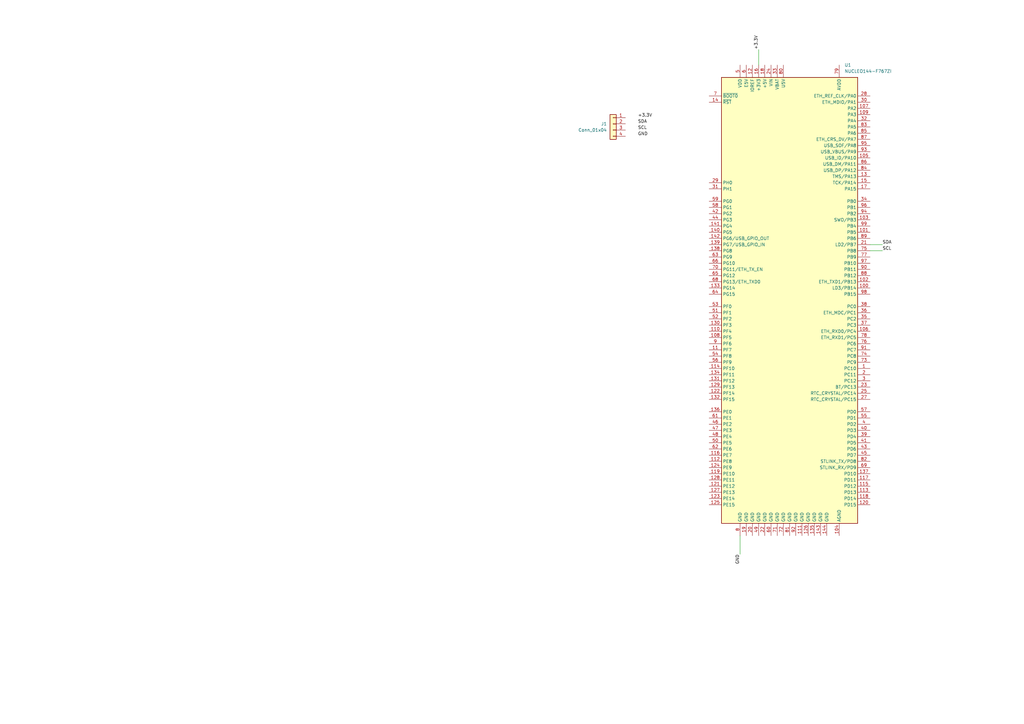
<source format=kicad_sch>
(kicad_sch (version 20231120) (generator "eeschema") (generator_version "8.0")
  (paper "A3")
  (lib_symbols
    (symbol "Connector_Generic:Conn_01x04" (pin_names (offset 1.016) hide)
      (property "Reference" "J" (at 0 5.08 0))
      (property "Value" "Conn_01x04" (at 0 -7.62 0))
      (symbol "Conn_01x04_1_1"
        (rectangle (start -1.27 -4.953) (end 0 -5.207) (stroke (width 0.1524)))
        (rectangle (start -1.27 -2.413) (end 0 -2.667) (stroke (width 0.1524)))
        (rectangle (start -1.27 0.127) (end 0 -0.127) (stroke (width 0.1524)))
        (rectangle (start -1.27 2.667) (end 0 2.413) (stroke (width 0.1524)))
        (rectangle (start -1.27 3.81) (end 1.27 -6.35) (stroke (width 0.254)) (fill (type background)))
        (pin passive line (at -5.08 2.54 0) (length 3.81) (name "Pin_1") (number "1"))
        (pin passive line (at -5.08 0 0) (length 3.81) (name "Pin_2") (number "2"))
        (pin passive line (at -5.08 -2.54 0) (length 3.81) (name "Pin_3") (number "3"))
        (pin passive line (at -5.08 -5.08 0) (length 3.81) (name "Pin_4") (number "4"))
      )
    )
    (symbol "MCU_Module:NUCLEO144-F767ZI"
      (property "Reference" "U" (at -22.86 94.615 0))
      (property "Value" "NUCLEO144-F767ZI" (at -22.86 92.71 0))
      (symbol "NUCLEO144-F767ZI_0_1"
        (rectangle (start -27.94 -91.44) (end 27.94 91.44) (stroke (width 0.254)) (fill (type background)))
      )
      (symbol "NUCLEO144-F767ZI_1_1"
        (pin bidirectional line (at 33.02 -27.94 180) (length 5.08) (name "PC10") (number "1"))
        (pin no_connect line (at -27.94 55.88 0) (length 5.08) hide (name "NC") (number "10"))
        (pin bidirectional line (at 33.02 5.08 180) (length 5.08) (name "LD3/PB14") (number "100"))
        (pin bidirectional line (at 33.02 27.94 180) (length 5.08) (name "PB5") (number "101"))
        (pin bidirectional line (at 33.02 7.62 180) (length 5.08) (name "ETH_TXD1/PB13") (number "102"))
        (pin bidirectional line (at 33.02 33.02 180) (length 5.08) (name "SWO/PB3") (number "103"))
        (pin power_in line (at 20.32 -96.52 90) (length 5.08) (name "AGND") (number "104"))
        (pin bidirectional line (at 33.02 58.42 180) (length 5.08) (name "USB_ID/PA10") (number "105"))
        (pin bidirectional line (at 33.02 -12.7 180) (length 5.08) (name "ETH_RXD0/PC4") (number "106"))
        (pin bidirectional line (at 33.02 78.74 180) (length 5.08) (name "PA2") (number "107"))
        (pin bidirectional line (at -33.02 -15.24 0) (length 5.08) (name "PF5") (number "108"))
        (pin bidirectional line (at 33.02 76.2 180) (length 5.08) (name "PA3") (number "109"))
        (pin bidirectional line (at -33.02 -20.32 0) (length 5.08) (name "PF7") (number "11"))
        (pin bidirectional line (at -33.02 -12.7 0) (length 5.08) (name "PF4") (number "110"))
        (pin power_in line (at 5.08 -96.52 90) (length 5.08) (name "GND") (number "111"))
        (pin bidirectional line (at -33.02 -66.04 0) (length 5.08) (name "PE8") (number "112"))
        (pin bidirectional line (at 33.02 -78.74 180) (length 5.08) (name "PD13") (number "113"))
        (pin bidirectional line (at -33.02 -27.94 0) (length 5.08) (name "PF10") (number "114"))
        (pin bidirectional line (at 33.02 -76.2 180) (length 5.08) (name "PD12") (number "115"))
        (pin bidirectional line (at -33.02 -63.5 0) (length 5.08) (name "PE7") (number "116"))
        (pin bidirectional line (at 33.02 -73.66 180) (length 5.08) (name "PD11") (number "117"))
        (pin bidirectional line (at 33.02 -81.28 180) (length 5.08) (name "PD14") (number "118"))
        (pin bidirectional line (at -33.02 -71.12 0) (length 5.08) (name "PE10") (number "119"))
        (pin power_in line (at -15.24 96.52 270) (length 5.08) (name "IOREF") (number "12"))
        (pin bidirectional line (at 33.02 -83.82 180) (length 5.08) (name "PD15") (number "120"))
        (pin bidirectional line (at -33.02 -76.2 0) (length 5.08) (name "PE12") (number "121"))
        (pin bidirectional line (at -33.02 -38.1 0) (length 5.08) (name "PF14") (number "122"))
        (pin bidirectional line (at -33.02 -81.28 0) (length 5.08) (name "PE14") (number "123"))
        (pin bidirectional line (at -33.02 -68.58 0) (length 5.08) (name "PE9") (number "124"))
        (pin bidirectional line (at -33.02 -83.82 0) (length 5.08) (name "PE15") (number "125"))
        (pin power_in line (at 7.62 -96.52 90) (length 5.08) (name "GND") (number "126"))
        (pin bidirectional line (at -33.02 -78.74 0) (length 5.08) (name "PE13") (number "127"))
        (pin bidirectional line (at -33.02 -73.66 0) (length 5.08) (name "PE11") (number "128"))
        (pin bidirectional line (at -33.02 -35.56 0) (length 5.08) (name "PF13") (number "129"))
        (pin bidirectional line (at 33.02 50.8 180) (length 5.08) (name "TMS/PA13") (number "13"))
        (pin bidirectional line (at -33.02 -10.16 0) (length 5.08) (name "PF3") (number "130"))
        (pin bidirectional line (at -33.02 -33.02 0) (length 5.08) (name "PF12") (number "131"))
        (pin bidirectional line (at -33.02 -40.64 0) (length 5.08) (name "PF15") (number "132"))
        (pin bidirectional line (at -33.02 5.08 0) (length 5.08) (name "PG14") (number "133"))
        (pin bidirectional line (at -33.02 -30.48 0) (length 5.08) (name "PF11") (number "134"))
        (pin power_in line (at 10.16 -96.52 90) (length 5.08) (name "GND") (number "135"))
        (pin bidirectional line (at -33.02 -45.72 0) (length 5.08) (name "PE0") (number "136"))
        (pin bidirectional line (at 33.02 -71.12 180) (length 5.08) (name "PD10") (number "137"))
        (pin bidirectional line (at -33.02 20.32 0) (length 5.08) (name "PG8") (number "138"))
        (pin bidirectional line (at -33.02 22.86 0) (length 5.08) (name "PG7/USB_GPIO_IN") (number "139"))
        (pin input line (at -33.02 81.28 0) (length 5.08) (name "~{RST}") (number "14"))
        (pin bidirectional line (at -33.02 27.94 0) (length 5.08) (name "PG5") (number "140"))
        (pin bidirectional line (at -33.02 30.48 0) (length 5.08) (name "PG4") (number "141"))
        (pin bidirectional line (at -33.02 25.4 0) (length 5.08) (name "PG6/USB_GPIO_OUT") (number "142"))
        (pin power_in line (at 12.7 -96.52 90) (length 5.08) (name "GND") (number "143"))
        (pin power_in line (at 15.24 -96.52 90) (length 5.08) (name "GND") (number "144"))
        (pin bidirectional line (at 33.02 48.26 180) (length 5.08) (name "TCK/PA14") (number "15"))
        (pin power_in line (at -12.7 96.52 270) (length 5.08) (name "+3V3") (number "16"))
        (pin bidirectional line (at 33.02 45.72 180) (length 5.08) (name "PA15") (number "17"))
        (pin power_in line (at -10.16 96.52 270) (length 5.08) (name "+5V") (number "18"))
        (pin power_in line (at -17.78 -96.52 90) (length 5.08) (name "GND") (number "19"))
        (pin bidirectional line (at 33.02 -30.48 180) (length 5.08) (name "PC11") (number "2"))
        (pin power_in line (at -15.24 -96.52 90) (length 5.08) (name "GND") (number "20"))
        (pin bidirectional line (at 33.02 22.86 180) (length 5.08) (name "LD2/PB7") (number "21"))
        (pin power_in line (at -10.16 -96.52 90) (length 5.08) (name "GND") (number "22"))
        (pin bidirectional line (at 33.02 -35.56 180) (length 5.08) (name "BT/PC13") (number "23"))
        (pin power_in line (at -7.62 96.52 270) (length 5.08) (name "VIN") (number "24"))
        (pin bidirectional line (at 33.02 -38.1 180) (length 5.08) (name "RTC_CRYSTAL/PC14") (number "25"))
        (pin no_connect line (at -27.94 58.42 0) (length 5.08) hide (name "NC") (number "26"))
        (pin bidirectional line (at 33.02 -40.64 180) (length 5.08) (name "RTC_CRYSTAL/PC15") (number "27"))
        (pin bidirectional line (at 33.02 83.82 180) (length 5.08) (name "ETH_REF_CLK/PA0") (number "28"))
        (pin bidirectional line (at -33.02 48.26 0) (length 5.08) (name "PH0") (number "29"))
        (pin bidirectional line (at 33.02 -33.02 180) (length 5.08) (name "PC12") (number "3"))
        (pin bidirectional line (at 33.02 81.28 180) (length 5.08) (name "ETH_MDIO/PA1") (number "30"))
        (pin bidirectional line (at -33.02 45.72 0) (length 5.08) (name "PH1") (number "31"))
        (pin bidirectional line (at 33.02 73.66 180) (length 5.08) (name "PA4") (number "32"))
        (pin power_in line (at -5.08 96.52 270) (length 5.08) (name "VBAT") (number "33"))
        (pin bidirectional line (at 33.02 40.64 180) (length 5.08) (name "PB0") (number "34"))
        (pin bidirectional line (at 33.02 -7.62 180) (length 5.08) (name "PC2") (number "35"))
        (pin bidirectional line (at 33.02 -5.08 180) (length 5.08) (name "ETH_MDC/PC1") (number "36"))
        (pin bidirectional line (at 33.02 -10.16 180) (length 5.08) (name "PC3") (number "37"))
        (pin bidirectional line (at 33.02 -2.54 180) (length 5.08) (name "PC0") (number "38"))
        (pin bidirectional line (at 33.02 -55.88 180) (length 5.08) (name "PD4") (number "39"))
        (pin bidirectional line (at 33.02 -50.8 180) (length 5.08) (name "PD2") (number "4"))
        (pin bidirectional line (at 33.02 -53.34 180) (length 5.08) (name "PD3") (number "40"))
        (pin bidirectional line (at 33.02 -58.42 180) (length 5.08) (name "PD5") (number "41"))
        (pin bidirectional line (at -33.02 35.56 0) (length 5.08) (name "PG2") (number "42"))
        (pin bidirectional line (at 33.02 -60.96 180) (length 5.08) (name "PD6") (number "43"))
        (pin bidirectional line (at -33.02 33.02 0) (length 5.08) (name "PG3") (number "44"))
        (pin bidirectional line (at 33.02 -63.5 180) (length 5.08) (name "PD7") (number "45"))
        (pin bidirectional line (at -33.02 -50.8 0) (length 5.08) (name "PE2") (number "46"))
        (pin bidirectional line (at -33.02 -53.34 0) (length 5.08) (name "PE3") (number "47"))
        (pin bidirectional line (at -33.02 -55.88 0) (length 5.08) (name "PE4") (number "48"))
        (pin power_in line (at -12.7 -96.52 90) (length 5.08) (name "GND") (number "49"))
        (pin power_in line (at -20.32 96.52 270) (length 5.08) (name "VDD") (number "5"))
        (pin bidirectional line (at -33.02 -58.42 0) (length 5.08) (name "PE5") (number "50"))
        (pin bidirectional line (at -33.02 -5.08 0) (length 5.08) (name "PF1") (number "51"))
        (pin bidirectional line (at -33.02 -7.62 0) (length 5.08) (name "PF2") (number "52"))
        (pin bidirectional line (at -33.02 -2.54 0) (length 5.08) (name "PF0") (number "53"))
        (pin bidirectional line (at -33.02 -22.86 0) (length 5.08) (name "PF8") (number "54"))
        (pin bidirectional line (at 33.02 -48.26 180) (length 5.08) (name "PD1") (number "55"))
        (pin bidirectional line (at -33.02 -25.4 0) (length 5.08) (name "PF9") (number "56"))
        (pin bidirectional line (at 33.02 -45.72 180) (length 5.08) (name "PD0") (number "57"))
        (pin bidirectional line (at -33.02 38.1 0) (length 5.08) (name "PG1") (number "58"))
        (pin bidirectional line (at -33.02 40.64 0) (length 5.08) (name "PG0") (number "59"))
        (pin power_in line (at -17.78 96.52 270) (length 5.08) (name "E5V") (number "6"))
        (pin power_in line (at -7.62 -96.52 90) (length 5.08) (name "GND") (number "60"))
        (pin bidirectional line (at -33.02 -48.26 0) (length 5.08) (name "PE1") (number "61"))
        (pin bidirectional line (at -33.02 -60.96 0) (length 5.08) (name "PE6") (number "62"))
        (pin bidirectional line (at -33.02 17.78 0) (length 5.08) (name "PG9") (number "63"))
        (pin bidirectional line (at -33.02 2.54 0) (length 5.08) (name "PG15") (number "64"))
        (pin bidirectional line (at -33.02 10.16 0) (length 5.08) (name "PG12") (number "65"))
        (pin bidirectional line (at -33.02 15.24 0) (length 5.08) (name "PG10") (number "66"))
        (pin no_connect line (at -27.94 53.34 0) (length 5.08) hide (name "NC") (number "67"))
        (pin bidirectional line (at -33.02 7.62 0) (length 5.08) (name "PG13/ETH_TXD0") (number "68"))
        (pin bidirectional line (at 33.02 -68.58 180) (length 5.08) (name "STLINK_RX/PD9") (number "69"))
        (pin input line (at -33.02 83.82 0) (length 5.08) (name "~{BOOT0}") (number "7"))
        (pin bidirectional line (at -33.02 12.7 0) (length 5.08) (name "PG11/ETH_TX_EN") (number "70"))
        (pin power_in line (at -5.08 -96.52 90) (length 5.08) (name "GND") (number "71"))
        (pin power_in line (at -2.54 -96.52 90) (length 5.08) (name "GND") (number "72"))
        (pin bidirectional line (at 33.02 -25.4 180) (length 5.08) (name "PC9") (number "73"))
        (pin bidirectional line (at 33.02 -22.86 180) (length 5.08) (name "PC8") (number "74"))
        (pin bidirectional line (at 33.02 20.32 180) (length 5.08) (name "PB8") (number "75"))
        (pin bidirectional line (at 33.02 -17.78 180) (length 5.08) (name "PC6") (number "76"))
        (pin bidirectional line (at 33.02 17.78 180) (length 5.08) (name "PB9") (number "77"))
        (pin bidirectional line (at 33.02 -15.24 180) (length 5.08) (name "ETH_RXD1/PC5") (number "78"))
        (pin power_in line (at 20.32 96.52 270) (length 5.08) (name "AVDD") (number "79"))
        (pin power_in line (at -20.32 -96.52 90) (length 5.08) (name "GND") (number "8"))
        (pin power_in line (at -2.54 96.52 270) (length 5.08) (name "U5V") (number "80"))
        (pin power_in line (at 0 -96.52 90) (length 5.08) (name "GND") (number "81"))
        (pin bidirectional line (at 33.02 -66.04 180) (length 5.08) (name "STLINK_TX/PD8") (number "82"))
        (pin bidirectional line (at 33.02 71.12 180) (length 5.08) (name "PA5") (number "83"))
        (pin bidirectional line (at 33.02 53.34 180) (length 5.08) (name "USB_DP/PA12") (number "84"))
        (pin bidirectional line (at 33.02 68.58 180) (length 5.08) (name "PA6") (number "85"))
        (pin bidirectional line (at 33.02 55.88 180) (length 5.08) (name "USB_DM/PA11") (number "86"))
        (pin bidirectional line (at 33.02 66.04 180) (length 5.08) (name "ETH_CRS_DV/PA7") (number "87"))
        (pin bidirectional line (at 33.02 10.16 180) (length 5.08) (name "PB12") (number "88"))
        (pin bidirectional line (at 33.02 25.4 180) (length 5.08) (name "PB6") (number "89"))
        (pin bidirectional line (at -33.02 -17.78 0) (length 5.08) (name "PF6") (number "9"))
        (pin bidirectional line (at 33.02 12.7 180) (length 5.08) (name "PB11") (number "90"))
        (pin bidirectional line (at 33.02 -20.32 180) (length 5.08) (name "PC7") (number "91"))
        (pin power_in line (at 2.54 -96.52 90) (length 5.08) (name "GND") (number "92"))
        (pin bidirectional line (at 33.02 60.96 180) (length 5.08) (name "USB_VBUS/PA9") (number "93"))
        (pin bidirectional line (at 33.02 35.56 180) (length 5.08) (name "PB2") (number "94"))
        (pin bidirectional line (at 33.02 63.5 180) (length 5.08) (name "USB_SOF/PA8") (number "95"))
        (pin bidirectional line (at 33.02 38.1 180) (length 5.08) (name "PB1") (number "96"))
        (pin bidirectional line (at 33.02 15.24 180) (length 5.08) (name "PB10") (number "97"))
        (pin bidirectional line (at 33.02 2.54 180) (length 5.08) (name "PB15") (number "98"))
        (pin bidirectional line (at 33.02 30.48 180) (length 5.08) (name "PB4") (number "99"))
      )
    )
  )
  (wire (pts (xy 356.87 100.33) (xy 361.95 100.33)))
  (wire (pts (xy 356.87 102.87) (xy 361.95 102.87)))
  (wire (pts (xy 303.53 219.71) (xy 303.53 227.33)))
  (wire (pts (xy 311.15 20.32) (xy 311.15 26.67)))
  (label "SCL" (at 261.62 53.34 0))
  (label "GND" (at 261.62 55.88 0))
  (label "SDA" (at 261.62 50.8 0))
  (label "SCL" (at 361.95 102.87 0))
  (label "+3.3V" (at 261.62 48.26 0))
  (label "SDA" (at 361.95 100.33 0))
  (label "GND" (at 303.53 227.33 270))
  (label "+3.3V" (at 311.15 20.32 90))
  (symbol (lib_id "Connector_Generic:Conn_01x04") (at 251.46 50.8 0) (mirror y) (unit 1)
    (property "Reference" "J1" (at 248.92 50.7999 0) (effects (justify left)))
    (property "Value" "Conn_01x04" (at 248.92 53.3399 0) (effects (justify left)))
    (property "Description" "Generic connector, single row, 01x04, script generated (kicad-library-utils/schlib/autogen/connector/)" (effects (hide yes)))
  )
  (symbol (lib_id "MCU_Module:NUCLEO144-F767ZI") (at 323.85 123.19 0) (unit 1)
    (property "Reference" "U1" (at 346.3641 26.67 0) (effects (justify left)))
    (property "Value" "NUCLEO144-F767ZI" (at 346.3641 29.21 0) (effects (justify left)))
    (property "Footprint" "Module:ST_Morpho_Connector_144_STLink" (effects (hide yes)))
    (property "Datasheet" "https://www.st.com/resource/en/user_manual/dm00244518-stm32-nucleo144-boards-stmicroelectronics.pdf" (effects (hide yes)))
    (property "Description" "Nucleo 144 Development Board with STM32F767ZIT6 MCU, 512kB RAM, 2Mb FLASH" (effects (hide yes)))
  )
)
</source>
